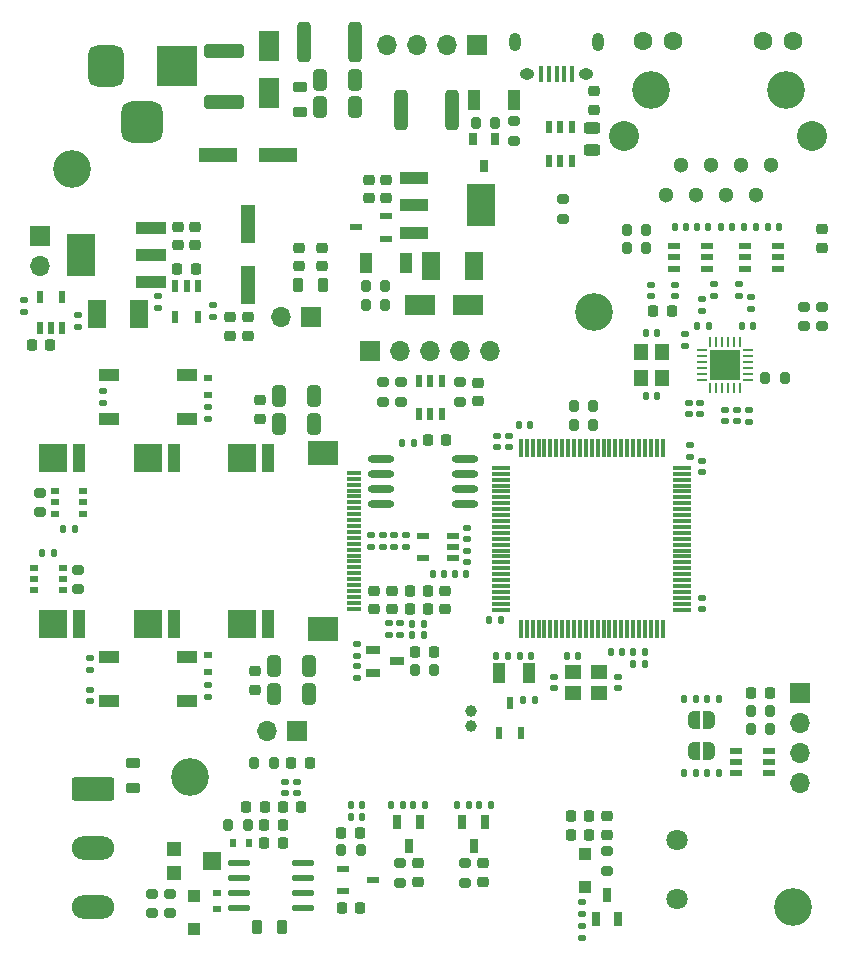
<source format=gts>
%TF.GenerationSoftware,KiCad,Pcbnew,(6.0.8-1)-1*%
%TF.CreationDate,2022-11-24T03:44:56+08:00*%
%TF.ProjectId,CCTV3_F407_REV200,43435456-335f-4463-9430-375f52455632,rev?*%
%TF.SameCoordinates,Original*%
%TF.FileFunction,Soldermask,Top*%
%TF.FilePolarity,Negative*%
%FSLAX46Y46*%
G04 Gerber Fmt 4.6, Leading zero omitted, Abs format (unit mm)*
G04 Created by KiCad (PCBNEW (6.0.8-1)-1) date 2022-11-24 03:44:56*
%MOMM*%
%LPD*%
G01*
G04 APERTURE LIST*
G04 Aperture macros list*
%AMRoundRect*
0 Rectangle with rounded corners*
0 $1 Rounding radius*
0 $2 $3 $4 $5 $6 $7 $8 $9 X,Y pos of 4 corners*
0 Add a 4 corners polygon primitive as box body*
4,1,4,$2,$3,$4,$5,$6,$7,$8,$9,$2,$3,0*
0 Add four circle primitives for the rounded corners*
1,1,$1+$1,$2,$3*
1,1,$1+$1,$4,$5*
1,1,$1+$1,$6,$7*
1,1,$1+$1,$8,$9*
0 Add four rect primitives between the rounded corners*
20,1,$1+$1,$2,$3,$4,$5,0*
20,1,$1+$1,$4,$5,$6,$7,0*
20,1,$1+$1,$6,$7,$8,$9,0*
20,1,$1+$1,$8,$9,$2,$3,0*%
%AMFreePoly0*
4,1,20,0.000000,0.744959,0.073905,0.744508,0.209726,0.703889,0.328688,0.626782,0.421226,0.519385,0.479903,0.390333,0.500000,0.250000,0.500000,-0.250000,0.499851,-0.262216,0.476331,-0.402017,0.414519,-0.529596,0.319384,-0.634700,0.198574,-0.708877,0.061801,-0.746166,0.000000,-0.745033,0.000000,-0.750000,-0.500000,-0.750000,-0.500000,0.750000,0.000000,0.750000,0.000000,0.744959,
0.000000,0.744959,$1*%
%AMFreePoly1*
4,1,22,0.500000,-0.750000,0.000000,-0.750000,0.000000,-0.745033,-0.079941,-0.743568,-0.215256,-0.701293,-0.333266,-0.622738,-0.424486,-0.514219,-0.481581,-0.384460,-0.499164,-0.250000,-0.500000,-0.250000,-0.500000,0.250000,-0.499164,0.250000,-0.499963,0.256109,-0.478152,0.396186,-0.417904,0.524511,-0.324060,0.630769,-0.204165,0.706417,-0.067858,0.745374,0.000000,0.744959,0.000000,0.750000,
0.500000,0.750000,0.500000,-0.750000,0.500000,-0.750000,$1*%
G04 Aperture macros list end*
%ADD10RoundRect,0.218750X-0.256250X0.218750X-0.256250X-0.218750X0.256250X-0.218750X0.256250X0.218750X0*%
%ADD11RoundRect,0.200000X-0.275000X0.200000X-0.275000X-0.200000X0.275000X-0.200000X0.275000X0.200000X0*%
%ADD12R,2.460000X1.050000*%
%ADD13R,2.460000X3.540000*%
%ADD14RoundRect,0.140000X-0.170000X0.140000X-0.170000X-0.140000X0.170000X-0.140000X0.170000X0.140000X0*%
%ADD15RoundRect,0.200000X0.200000X0.275000X-0.200000X0.275000X-0.200000X-0.275000X0.200000X-0.275000X0*%
%ADD16R,1.200000X1.200000*%
%ADD17R,1.500000X1.600000*%
%ADD18RoundRect,0.140000X0.140000X0.170000X-0.140000X0.170000X-0.140000X-0.170000X0.140000X-0.170000X0*%
%ADD19RoundRect,0.225000X-0.250000X0.225000X-0.250000X-0.225000X0.250000X-0.225000X0.250000X0.225000X0*%
%ADD20R,1.610000X2.380000*%
%ADD21RoundRect,0.135000X0.185000X-0.135000X0.185000X0.135000X-0.185000X0.135000X-0.185000X-0.135000X0*%
%ADD22R,1.100000X1.100000*%
%ADD23R,2.500000X1.100000*%
%ADD24R,2.340000X3.600000*%
%ADD25O,1.700000X1.700000*%
%ADD26R,1.700000X1.700000*%
%ADD27C,3.200000*%
%ADD28RoundRect,0.140000X0.170000X-0.140000X0.170000X0.140000X-0.170000X0.140000X-0.170000X-0.140000X0*%
%ADD29R,1.100000X1.700000*%
%ADD30RoundRect,0.200000X0.275000X-0.200000X0.275000X0.200000X-0.275000X0.200000X-0.275000X-0.200000X0*%
%ADD31RoundRect,0.062500X-0.350000X-0.062500X0.350000X-0.062500X0.350000X0.062500X-0.350000X0.062500X0*%
%ADD32RoundRect,0.062500X-0.062500X-0.350000X0.062500X-0.350000X0.062500X0.350000X-0.062500X0.350000X0*%
%ADD33R,2.600000X2.600000*%
%ADD34RoundRect,0.225000X0.225000X0.250000X-0.225000X0.250000X-0.225000X-0.250000X0.225000X-0.250000X0*%
%ADD35R,1.000000X0.550000*%
%ADD36R,0.550000X1.000000*%
%ADD37RoundRect,0.135000X0.135000X0.185000X-0.135000X0.185000X-0.135000X-0.185000X0.135000X-0.185000X0*%
%ADD38RoundRect,0.135000X-0.135000X-0.185000X0.135000X-0.185000X0.135000X0.185000X-0.135000X0.185000X0*%
%ADD39R,0.700000X1.250000*%
%ADD40RoundRect,0.140000X-0.140000X-0.170000X0.140000X-0.170000X0.140000X0.170000X-0.140000X0.170000X0*%
%ADD41R,0.600000X1.070000*%
%ADD42RoundRect,0.218750X0.218750X0.256250X-0.218750X0.256250X-0.218750X-0.256250X0.218750X-0.256250X0*%
%ADD43R,1.400000X1.200000*%
%ADD44RoundRect,0.218750X-0.218750X-0.256250X0.218750X-0.256250X0.218750X0.256250X-0.218750X0.256250X0*%
%ADD45RoundRect,0.200000X-0.200000X-0.275000X0.200000X-0.275000X0.200000X0.275000X-0.200000X0.275000X0*%
%ADD46RoundRect,0.135000X-0.185000X0.135000X-0.185000X-0.135000X0.185000X-0.135000X0.185000X0.135000X0*%
%ADD47R,1.070000X0.600000*%
%ADD48RoundRect,0.250000X-1.550000X0.750000X-1.550000X-0.750000X1.550000X-0.750000X1.550000X0.750000X0*%
%ADD49O,3.600000X2.000000*%
%ADD50RoundRect,0.225000X0.250000X-0.225000X0.250000X0.225000X-0.250000X0.225000X-0.250000X-0.225000X0*%
%ADD51RoundRect,0.075000X0.075000X-0.725000X0.075000X0.725000X-0.075000X0.725000X-0.075000X-0.725000X0*%
%ADD52RoundRect,0.075000X0.725000X-0.075000X0.725000X0.075000X-0.725000X0.075000X-0.725000X-0.075000X0*%
%ADD53R,1.000000X1.800000*%
%ADD54R,1.700000X1.000000*%
%ADD55R,2.330000X2.380000*%
%ADD56R,1.100000X2.380000*%
%ADD57R,3.500000X3.500000*%
%ADD58RoundRect,0.750000X-0.750000X-1.000000X0.750000X-1.000000X0.750000X1.000000X-0.750000X1.000000X0*%
%ADD59RoundRect,0.875000X-0.875000X-0.875000X0.875000X-0.875000X0.875000X0.875000X-0.875000X0.875000X0*%
%ADD60R,0.600000X0.700000*%
%ADD61FreePoly0,180.000000*%
%ADD62FreePoly1,180.000000*%
%ADD63RoundRect,0.250000X0.312500X1.450000X-0.312500X1.450000X-0.312500X-1.450000X0.312500X-1.450000X0*%
%ADD64RoundRect,0.225000X-0.225000X-0.250000X0.225000X-0.250000X0.225000X0.250000X-0.225000X0.250000X0*%
%ADD65RoundRect,0.250000X1.450000X-0.312500X1.450000X0.312500X-1.450000X0.312500X-1.450000X-0.312500X0*%
%ADD66R,3.260000X1.150000*%
%ADD67RoundRect,0.218750X0.256250X-0.218750X0.256250X0.218750X-0.256250X0.218750X-0.256250X-0.218750X0*%
%ADD68C,1.000000*%
%ADD69RoundRect,0.250000X-0.325000X-0.650000X0.325000X-0.650000X0.325000X0.650000X-0.325000X0.650000X0*%
%ADD70R,1.250000X0.700000*%
%ADD71R,0.600000X1.000000*%
%ADD72RoundRect,0.218750X0.381250X-0.218750X0.381250X0.218750X-0.381250X0.218750X-0.381250X-0.218750X0*%
%ADD73R,1.000000X0.600000*%
%ADD74O,1.950000X0.570000*%
%ADD75R,1.200000X1.400000*%
%ADD76RoundRect,0.218750X0.218750X0.381250X-0.218750X0.381250X-0.218750X-0.381250X0.218750X-0.381250X0*%
%ADD77R,0.800000X0.500000*%
%ADD78RoundRect,0.243750X0.456250X-0.243750X0.456250X0.243750X-0.456250X0.243750X-0.456250X-0.243750X0*%
%ADD79R,0.700000X0.600000*%
%ADD80R,1.150000X3.260000*%
%ADD81O,2.250000X0.630000*%
%ADD82C,1.800000*%
%ADD83O,1.000000X1.550000*%
%ADD84O,1.250000X0.950000*%
%ADD85R,0.400000X1.350000*%
%ADD86R,1.800000X2.500000*%
%ADD87C,1.300000*%
%ADD88C,1.600000*%
%ADD89C,2.540000*%
%ADD90R,1.250000X0.300000*%
%ADD91R,2.500000X2.000000*%
%ADD92R,0.800000X1.000000*%
%ADD93RoundRect,0.218750X-0.381250X0.218750X-0.381250X-0.218750X0.381250X-0.218750X0.381250X0.218750X0*%
%ADD94R,2.500000X1.800000*%
G04 APERTURE END LIST*
D10*
X69200000Y-26912500D03*
X69200000Y-28487500D03*
D11*
X87000000Y-45175000D03*
X87000000Y-46825000D03*
D12*
X53940000Y-34300000D03*
X53940000Y-36600000D03*
X53940000Y-38900000D03*
D13*
X59660000Y-36600000D03*
D14*
X26500005Y-77620000D03*
X26500005Y-78580000D03*
D15*
X39868750Y-89049995D03*
X38218750Y-89049995D03*
D16*
X33623750Y-91099995D03*
D17*
X36863750Y-92099995D03*
D16*
X33623750Y-93099995D03*
D18*
X61280000Y-71700000D03*
X60320000Y-71700000D03*
D19*
X38400000Y-46075000D03*
X38400000Y-47625000D03*
D18*
X61880000Y-74720000D03*
X60920000Y-74720000D03*
D20*
X27100000Y-45800000D03*
X30700000Y-45800000D03*
D21*
X52790000Y-72980000D03*
X52790000Y-71960000D03*
D22*
X35293750Y-95049995D03*
X35293750Y-97849995D03*
D23*
X31670000Y-43100000D03*
X31670000Y-40800000D03*
X31670000Y-38500000D03*
D24*
X25730000Y-40800000D03*
D22*
X68400000Y-91500000D03*
X68400000Y-94300000D03*
D25*
X86650000Y-85540000D03*
X86650000Y-83000000D03*
X86650000Y-80460000D03*
D26*
X86650000Y-77920000D03*
D18*
X82880000Y-38400000D03*
X81920000Y-38400000D03*
D27*
X25000000Y-33500000D03*
D14*
X50300000Y-64520000D03*
X50300000Y-65480000D03*
D28*
X44041250Y-86374995D03*
X44041250Y-85414995D03*
D29*
X62425000Y-27700000D03*
X59025000Y-27700000D03*
D30*
X66600000Y-37725000D03*
X66600000Y-36075000D03*
D31*
X78362500Y-48850000D03*
X78362500Y-49350000D03*
X78362500Y-49850000D03*
X78362500Y-50350000D03*
X78362500Y-50850000D03*
X78362500Y-51350000D03*
D32*
X79050000Y-52037500D03*
X79550000Y-52037500D03*
X80050000Y-52037500D03*
X80550000Y-52037500D03*
X81050000Y-52037500D03*
X81550000Y-52037500D03*
D31*
X82237500Y-51350000D03*
X82237500Y-50850000D03*
X82237500Y-50350000D03*
X82237500Y-49850000D03*
X82237500Y-49350000D03*
X82237500Y-48850000D03*
D32*
X81550000Y-48162500D03*
X81050000Y-48162500D03*
X80550000Y-48162500D03*
X80050000Y-48162500D03*
X79550000Y-48162500D03*
X79050000Y-48162500D03*
D33*
X80300000Y-50100000D03*
D18*
X74535000Y-52775000D03*
X73575000Y-52775000D03*
D34*
X42818750Y-89049995D03*
X41268750Y-89049995D03*
X35475000Y-41950000D03*
X33925000Y-41950000D03*
D35*
X84000000Y-82750000D03*
X84000000Y-83700000D03*
X84000000Y-84650000D03*
X81200000Y-84650000D03*
X81200000Y-83700000D03*
X81200000Y-82750000D03*
D27*
X35000000Y-85000000D03*
D21*
X78350000Y-45510000D03*
X78350000Y-44490000D03*
D36*
X65400000Y-32800000D03*
X66350000Y-32800000D03*
X67300000Y-32800000D03*
X67300000Y-30000000D03*
X66350000Y-30000000D03*
X65400000Y-30000000D03*
D28*
X78200000Y-54280000D03*
X78200000Y-53320000D03*
D37*
X53920000Y-56700000D03*
X52900000Y-56700000D03*
D26*
X50260000Y-48900000D03*
D25*
X52800000Y-48900000D03*
X55340000Y-48900000D03*
X57880000Y-48900000D03*
X60420000Y-48900000D03*
D38*
X53790000Y-72010000D03*
X54810000Y-72010000D03*
D39*
X54450000Y-88800000D03*
X52550000Y-88800000D03*
X53500000Y-90800000D03*
D40*
X55520000Y-67800000D03*
X56480000Y-67800000D03*
D41*
X61150000Y-81240000D03*
X63050000Y-81240000D03*
X62100000Y-78760000D03*
D38*
X24240000Y-64000000D03*
X25260000Y-64000000D03*
D28*
X61000000Y-57080000D03*
X61000000Y-56120000D03*
X78300000Y-59200000D03*
X78300000Y-58240000D03*
D18*
X48620000Y-88400000D03*
X49580000Y-88400000D03*
D42*
X55147500Y-69250000D03*
X53572500Y-69250000D03*
D10*
X70300000Y-88312500D03*
X70300000Y-89887500D03*
D43*
X67400000Y-77900000D03*
X69600000Y-77900000D03*
X69600000Y-76140000D03*
X67400000Y-76140000D03*
D44*
X49387500Y-89700000D03*
X47812500Y-89700000D03*
D45*
X71975000Y-38700000D03*
X73625000Y-38700000D03*
D46*
X20930000Y-44640000D03*
X20930000Y-45660000D03*
D45*
X71975000Y-40200000D03*
X73625000Y-40200000D03*
D46*
X32300000Y-44290000D03*
X32300000Y-45310000D03*
D28*
X51810000Y-72930000D03*
X51810000Y-71970000D03*
D19*
X33930000Y-38400000D03*
X33930000Y-39950000D03*
D15*
X82475000Y-80900000D03*
X84125000Y-80900000D03*
D11*
X88500000Y-45175000D03*
X88500000Y-46825000D03*
D18*
X73480000Y-74420000D03*
X72520000Y-74420000D03*
D21*
X81450000Y-44310000D03*
X81450000Y-43290000D03*
D18*
X71580000Y-74420000D03*
X70620000Y-74420000D03*
D14*
X78300000Y-69840000D03*
X78300000Y-70800000D03*
D38*
X51990000Y-87400000D03*
X53010000Y-87400000D03*
D18*
X63780000Y-55200000D03*
X62820000Y-55200000D03*
D15*
X51525000Y-43400000D03*
X49875000Y-43400000D03*
D47*
X51540000Y-39400000D03*
X51540000Y-37500000D03*
X49060000Y-38450000D03*
D48*
X26777500Y-86000000D03*
D49*
X26777500Y-91000000D03*
X26777500Y-96000000D03*
D35*
X76000000Y-40050000D03*
X76000000Y-41000000D03*
X76000000Y-41950000D03*
X78800000Y-41950000D03*
X78800000Y-41000000D03*
X78800000Y-40050000D03*
D45*
X67475000Y-53600000D03*
X69125000Y-53600000D03*
D28*
X77300000Y-57880000D03*
X77300000Y-56920000D03*
D21*
X26500005Y-75910000D03*
X26500005Y-74890000D03*
D50*
X44200000Y-41725000D03*
X44200000Y-40175000D03*
D36*
X56285000Y-51500000D03*
X55335000Y-51500000D03*
X54385000Y-51500000D03*
X54385000Y-54300000D03*
X55335000Y-54300000D03*
X56285000Y-54300000D03*
D51*
X63000000Y-72495000D03*
X63500000Y-72495000D03*
X64000000Y-72495000D03*
X64500000Y-72495000D03*
X65000000Y-72495000D03*
X65500000Y-72495000D03*
X66000000Y-72495000D03*
X66500000Y-72495000D03*
X67000000Y-72495000D03*
X67500000Y-72495000D03*
X68000000Y-72495000D03*
X68500000Y-72495000D03*
X69000000Y-72495000D03*
X69500000Y-72495000D03*
X70000000Y-72495000D03*
X70500000Y-72495000D03*
X71000000Y-72495000D03*
X71500000Y-72495000D03*
X72000000Y-72495000D03*
X72500000Y-72495000D03*
X73000000Y-72495000D03*
X73500000Y-72495000D03*
X74000000Y-72495000D03*
X74500000Y-72495000D03*
X75000000Y-72495000D03*
D52*
X76675000Y-70820000D03*
X76675000Y-70320000D03*
X76675000Y-69820000D03*
X76675000Y-69320000D03*
X76675000Y-68820000D03*
X76675000Y-68320000D03*
X76675000Y-67820000D03*
X76675000Y-67320000D03*
X76675000Y-66820000D03*
X76675000Y-66320000D03*
X76675000Y-65820000D03*
X76675000Y-65320000D03*
X76675000Y-64820000D03*
X76675000Y-64320000D03*
X76675000Y-63820000D03*
X76675000Y-63320000D03*
X76675000Y-62820000D03*
X76675000Y-62320000D03*
X76675000Y-61820000D03*
X76675000Y-61320000D03*
X76675000Y-60820000D03*
X76675000Y-60320000D03*
X76675000Y-59820000D03*
X76675000Y-59320000D03*
X76675000Y-58820000D03*
D51*
X75000000Y-57145000D03*
X74500000Y-57145000D03*
X74000000Y-57145000D03*
X73500000Y-57145000D03*
X73000000Y-57145000D03*
X72500000Y-57145000D03*
X72000000Y-57145000D03*
X71500000Y-57145000D03*
X71000000Y-57145000D03*
X70500000Y-57145000D03*
X70000000Y-57145000D03*
X69500000Y-57145000D03*
X69000000Y-57145000D03*
X68500000Y-57145000D03*
X68000000Y-57145000D03*
X67500000Y-57145000D03*
X67000000Y-57145000D03*
X66500000Y-57145000D03*
X66000000Y-57145000D03*
X65500000Y-57145000D03*
X65000000Y-57145000D03*
X64500000Y-57145000D03*
X64000000Y-57145000D03*
X63500000Y-57145000D03*
X63000000Y-57145000D03*
D52*
X61325000Y-58820000D03*
X61325000Y-59320000D03*
X61325000Y-59820000D03*
X61325000Y-60320000D03*
X61325000Y-60820000D03*
X61325000Y-61320000D03*
X61325000Y-61820000D03*
X61325000Y-62320000D03*
X61325000Y-62820000D03*
X61325000Y-63320000D03*
X61325000Y-63820000D03*
X61325000Y-64320000D03*
X61325000Y-64820000D03*
X61325000Y-65320000D03*
X61325000Y-65820000D03*
X61325000Y-66320000D03*
X61325000Y-66820000D03*
X61325000Y-67320000D03*
X61325000Y-67820000D03*
X61325000Y-68320000D03*
X61325000Y-68820000D03*
X61325000Y-69320000D03*
X61325000Y-69820000D03*
X61325000Y-70320000D03*
X61325000Y-70820000D03*
D53*
X61150000Y-76220000D03*
X63650000Y-76220000D03*
D35*
X84800000Y-41950000D03*
X84800000Y-41000000D03*
X84800000Y-40050000D03*
X82000000Y-40050000D03*
X82000000Y-41000000D03*
X82000000Y-41950000D03*
D11*
X57835000Y-51575000D03*
X57835000Y-53225000D03*
D19*
X50100000Y-34450000D03*
X50100000Y-36000000D03*
D28*
X76900000Y-48480000D03*
X76900000Y-47520000D03*
D54*
X28100005Y-74850000D03*
X34700005Y-74850000D03*
X28100005Y-78550000D03*
X34700005Y-78550000D03*
D38*
X77890000Y-46800000D03*
X78910000Y-46800000D03*
D50*
X50600000Y-69225000D03*
X50600000Y-70775000D03*
D55*
X39410000Y-72000000D03*
D56*
X41590000Y-72000000D03*
D38*
X79810000Y-78350000D03*
X78790000Y-78350000D03*
D37*
X54910000Y-87400000D03*
X53890000Y-87400000D03*
D42*
X55637500Y-74400000D03*
X54062500Y-74400000D03*
D57*
X33900000Y-24800000D03*
D58*
X27900000Y-24800000D03*
D59*
X30900000Y-29500000D03*
D47*
X50440000Y-93700000D03*
X47960000Y-94650000D03*
X47960000Y-92750000D03*
D46*
X49150000Y-73690000D03*
X49150000Y-74710000D03*
D26*
X44075000Y-81100000D03*
D25*
X41535000Y-81100000D03*
D11*
X33293750Y-94874995D03*
X33293750Y-96524995D03*
D60*
X39993750Y-90549995D03*
X38593750Y-90549995D03*
D61*
X77650000Y-82800000D03*
D62*
X78950000Y-82800000D03*
D63*
X57162500Y-28500000D03*
X52887500Y-28500000D03*
D64*
X21625000Y-48400000D03*
X23175000Y-48400000D03*
D37*
X76840000Y-78350000D03*
X77860000Y-78350000D03*
D42*
X75800000Y-45500000D03*
X74225000Y-45500000D03*
D11*
X31793750Y-94874995D03*
X31793750Y-96524995D03*
D50*
X46200000Y-41725000D03*
X46200000Y-40175000D03*
D46*
X68200000Y-95600000D03*
X68200000Y-96620000D03*
D14*
X81300000Y-53920000D03*
X81300000Y-54880000D03*
D39*
X69350000Y-97000000D03*
X71250000Y-97000000D03*
X70300000Y-95000000D03*
D55*
X23410000Y-72000000D03*
D56*
X25590000Y-72000000D03*
D21*
X36500005Y-78210000D03*
X36500005Y-77190000D03*
D65*
X37900000Y-27837500D03*
X37900000Y-23562500D03*
D37*
X23510000Y-66000000D03*
X22490000Y-66000000D03*
D66*
X42450000Y-32300000D03*
X37350000Y-32300000D03*
D55*
X31410000Y-58000000D03*
D56*
X33590000Y-58000000D03*
D19*
X51600000Y-34450000D03*
X51600000Y-36000000D03*
D28*
X58400000Y-66780000D03*
X58400000Y-65820000D03*
D67*
X40925000Y-54687500D03*
X40925000Y-53112500D03*
D68*
X58800000Y-79400000D03*
X58800000Y-80650000D03*
D69*
X42550000Y-55100000D03*
X45500000Y-55100000D03*
D21*
X53300000Y-65510000D03*
X53300000Y-64490000D03*
D40*
X77920000Y-38400000D03*
X78880000Y-38400000D03*
X81720000Y-46800000D03*
X82680000Y-46800000D03*
D21*
X49150000Y-76610000D03*
X49150000Y-75590000D03*
X25500000Y-46910000D03*
X25500000Y-45890000D03*
D34*
X56695000Y-56440000D03*
X55145000Y-56440000D03*
D69*
X42550000Y-52700000D03*
X45500000Y-52700000D03*
D70*
X50500000Y-74250000D03*
X50500000Y-76150000D03*
X52500000Y-75200000D03*
D71*
X22280000Y-46950000D03*
X23230000Y-46950000D03*
X24180000Y-46950000D03*
X24180000Y-44350000D03*
X22280000Y-44350000D03*
D18*
X67860000Y-74730000D03*
X66900000Y-74730000D03*
D26*
X22305000Y-39175000D03*
D25*
X22305000Y-41715000D03*
D42*
X55147500Y-70750000D03*
X53572500Y-70750000D03*
D18*
X63880000Y-74720000D03*
X62920000Y-74720000D03*
D10*
X54300000Y-92312500D03*
X54300000Y-93887500D03*
D72*
X30200000Y-85962500D03*
X30200000Y-83837500D03*
D73*
X57287500Y-66450000D03*
X57287500Y-65500000D03*
X57287500Y-64550000D03*
X54687500Y-64550000D03*
X54687500Y-66450000D03*
D21*
X79350000Y-44310000D03*
X79350000Y-43290000D03*
D45*
X67475000Y-55200000D03*
X69125000Y-55200000D03*
D34*
X47825000Y-96100000D03*
X49375000Y-96100000D03*
D45*
X49875000Y-45000000D03*
X51525000Y-45000000D03*
D40*
X83920000Y-38400000D03*
X84880000Y-38400000D03*
D21*
X82450000Y-45410000D03*
X82450000Y-44390000D03*
D74*
X39141250Y-92254995D03*
X39141250Y-93534995D03*
X39141250Y-94794995D03*
X39141250Y-96064995D03*
X44561250Y-96064995D03*
X44561250Y-94794995D03*
X44561250Y-93534995D03*
X44561250Y-92254995D03*
D75*
X74935000Y-51175000D03*
X74935000Y-48975000D03*
X73175000Y-48975000D03*
X73175000Y-51175000D03*
D11*
X22250000Y-60925000D03*
X22250000Y-62575000D03*
D26*
X59300000Y-23000000D03*
D25*
X56760000Y-23000000D03*
X54220000Y-23000000D03*
X51680000Y-23000000D03*
D76*
X42803750Y-97694995D03*
X40678750Y-97694995D03*
D14*
X80300000Y-53920000D03*
X80300000Y-54880000D03*
D10*
X59800000Y-92312500D03*
X59800000Y-93887500D03*
D37*
X60510000Y-87400000D03*
X59490000Y-87400000D03*
D45*
X59200000Y-29600000D03*
X60850000Y-29600000D03*
D18*
X76980000Y-38400000D03*
X76020000Y-38400000D03*
D55*
X23410000Y-58000000D03*
D56*
X25590000Y-58000000D03*
D27*
X86000000Y-96000000D03*
D77*
X25950000Y-62700000D03*
X25950000Y-61750000D03*
X25950000Y-60800000D03*
X23550000Y-60800000D03*
X23550000Y-61750000D03*
X23550000Y-62700000D03*
D34*
X41318750Y-87549995D03*
X39768750Y-87549995D03*
D69*
X46025000Y-28300000D03*
X48975000Y-28300000D03*
D21*
X36500000Y-54720000D03*
X36500000Y-53700000D03*
D28*
X43041250Y-86374995D03*
X43041250Y-85414995D03*
D15*
X42087500Y-83800000D03*
X40437500Y-83800000D03*
D30*
X58300000Y-93925000D03*
X58300000Y-92275000D03*
X25500000Y-69075000D03*
X25500000Y-67425000D03*
D40*
X73575000Y-47375000D03*
X74535000Y-47375000D03*
D78*
X69000000Y-31937500D03*
X69000000Y-30062500D03*
D79*
X36500005Y-74700000D03*
X36500005Y-76100000D03*
D55*
X39410000Y-58000000D03*
D56*
X41590000Y-58000000D03*
D11*
X51335000Y-51575000D03*
X51335000Y-53225000D03*
D69*
X42125000Y-75600000D03*
X45075000Y-75600000D03*
D40*
X64180000Y-78500000D03*
X63220000Y-78500000D03*
D30*
X52800000Y-93925000D03*
X52800000Y-92275000D03*
D34*
X68775000Y-88300000D03*
X67225000Y-88300000D03*
D45*
X49425000Y-91200000D03*
X47775000Y-91200000D03*
D28*
X74012500Y-44280000D03*
X74012500Y-43320000D03*
D44*
X43575000Y-83800000D03*
X45150000Y-83800000D03*
D46*
X82300000Y-53890000D03*
X82300000Y-54910000D03*
D19*
X52100000Y-69225000D03*
X52100000Y-70775000D03*
D15*
X82475000Y-79400000D03*
X84125000Y-79400000D03*
D42*
X44416250Y-87549995D03*
X42841250Y-87549995D03*
D21*
X68200000Y-98610000D03*
X68200000Y-97590000D03*
D79*
X37293750Y-94799995D03*
X37293750Y-96199995D03*
D28*
X77200000Y-54280000D03*
X77200000Y-53320000D03*
D10*
X40500000Y-76012500D03*
X40500000Y-77587500D03*
D18*
X80880000Y-38400000D03*
X79920000Y-38400000D03*
D28*
X62000000Y-57080000D03*
X62000000Y-56120000D03*
D80*
X39900000Y-43300000D03*
X39900000Y-38200000D03*
D69*
X42125000Y-78000000D03*
X45075000Y-78000000D03*
D81*
X51170000Y-58090000D03*
X51170000Y-59370000D03*
X51170000Y-60630000D03*
X51170000Y-61900000D03*
X58230000Y-61900000D03*
X58230000Y-60630000D03*
X58230000Y-59370000D03*
X58230000Y-58090000D03*
D82*
X76200000Y-90300000D03*
X76200000Y-95300000D03*
D77*
X21800000Y-67300000D03*
X21800000Y-68250000D03*
X21800000Y-69200000D03*
X24200000Y-69200000D03*
X24200000Y-68250000D03*
X24200000Y-67300000D03*
D61*
X77650000Y-80200000D03*
D62*
X78950000Y-80200000D03*
D18*
X58380000Y-67800000D03*
X57420000Y-67800000D03*
D83*
X69537500Y-22750000D03*
X62537500Y-22750000D03*
D84*
X68537500Y-25450000D03*
X63537500Y-25450000D03*
D85*
X64737500Y-25450000D03*
X65387500Y-25450000D03*
X66037500Y-25450000D03*
X66687500Y-25450000D03*
X67337500Y-25450000D03*
D67*
X59335000Y-53187500D03*
X59335000Y-51612500D03*
D63*
X48937500Y-22800000D03*
X44662500Y-22800000D03*
D71*
X35650000Y-43450000D03*
X34700000Y-43450000D03*
X33750000Y-43450000D03*
X33750000Y-46050000D03*
X35650000Y-46050000D03*
D39*
X59950000Y-88800000D03*
X58050000Y-88800000D03*
X59000000Y-90800000D03*
D14*
X71200000Y-76530000D03*
X71200000Y-77490000D03*
D29*
X49900000Y-41500000D03*
X53300000Y-41500000D03*
D86*
X41700000Y-27100000D03*
X41700000Y-23100000D03*
D50*
X56600000Y-70775000D03*
X56600000Y-69225000D03*
D19*
X35430000Y-38400000D03*
X35430000Y-39950000D03*
D18*
X48620000Y-87400000D03*
X49580000Y-87400000D03*
D11*
X70300000Y-91275000D03*
X70300000Y-92925000D03*
D15*
X55675000Y-75900000D03*
X54025000Y-75900000D03*
D20*
X59000000Y-41700000D03*
X55400000Y-41700000D03*
D28*
X65800000Y-77490000D03*
X65800000Y-76530000D03*
D19*
X39900000Y-46075000D03*
X39900000Y-47625000D03*
D28*
X51300000Y-65480000D03*
X51300000Y-64520000D03*
D42*
X82512500Y-77900000D03*
X84087500Y-77900000D03*
D11*
X62400000Y-29475000D03*
X62400000Y-31125000D03*
D18*
X73480000Y-75420000D03*
X72520000Y-75420000D03*
D27*
X69200000Y-45600000D03*
D69*
X48975000Y-26000000D03*
X46025000Y-26000000D03*
D26*
X45200000Y-46050000D03*
D25*
X42660000Y-46050000D03*
D27*
X73990000Y-26810000D03*
X85420000Y-26810000D03*
D87*
X84140000Y-33160000D03*
X82880000Y-35700000D03*
X81600000Y-33160000D03*
X80340000Y-35700000D03*
X79070000Y-33160000D03*
X77800000Y-35700000D03*
X76530000Y-33160000D03*
X75260000Y-35700000D03*
D88*
X86030000Y-22700000D03*
X83490000Y-22700000D03*
X75920000Y-22700000D03*
X73380000Y-22700000D03*
D89*
X87650000Y-30710000D03*
X71750000Y-30710000D03*
D28*
X76012500Y-44280000D03*
X76012500Y-43320000D03*
D90*
X48850000Y-70740000D03*
X48850000Y-70240000D03*
X48850000Y-69740000D03*
X48850000Y-69240000D03*
X48850000Y-68740000D03*
X48850000Y-68240000D03*
X48850000Y-67740000D03*
X48850000Y-67240000D03*
X48850000Y-66740000D03*
X48850000Y-66240000D03*
X48850000Y-65740000D03*
X48850000Y-65240000D03*
X48850000Y-64740000D03*
X48850000Y-64240000D03*
X48850000Y-63740000D03*
X48850000Y-63240000D03*
X48850000Y-62740000D03*
X48850000Y-62240000D03*
X48850000Y-61740000D03*
X48850000Y-61240000D03*
X48850000Y-60740000D03*
X48850000Y-60240000D03*
X48850000Y-59740000D03*
X48850000Y-59240000D03*
D91*
X46270000Y-72430000D03*
X46270000Y-57550000D03*
D28*
X27600000Y-53290000D03*
X27600000Y-52330000D03*
D64*
X41268750Y-90549995D03*
X42818750Y-90549995D03*
D38*
X57590000Y-87400000D03*
X58610000Y-87400000D03*
D10*
X88500000Y-38612500D03*
X88500000Y-40187500D03*
D37*
X78790000Y-84650000D03*
X79810000Y-84650000D03*
D92*
X60850000Y-30950000D03*
X58950000Y-30950000D03*
X59900000Y-33250000D03*
D28*
X52300000Y-65480000D03*
X52300000Y-64520000D03*
D93*
X44300000Y-26537500D03*
X44300000Y-28662500D03*
D94*
X58500000Y-45000000D03*
X54500000Y-45000000D03*
D76*
X46262500Y-43350000D03*
X44137500Y-43350000D03*
D11*
X52835000Y-51575000D03*
X52835000Y-53225000D03*
D64*
X67225000Y-89900000D03*
X68775000Y-89900000D03*
D37*
X76780000Y-84650000D03*
X77800000Y-84650000D03*
D21*
X36900000Y-46060000D03*
X36900000Y-45040000D03*
D15*
X85325000Y-51200000D03*
X83675000Y-51200000D03*
D54*
X34700000Y-54660000D03*
X28100000Y-54660000D03*
X34700000Y-50960000D03*
X28100000Y-50960000D03*
D55*
X31410000Y-72000000D03*
D56*
X33590000Y-72000000D03*
D14*
X58400000Y-63920000D03*
X58400000Y-64880000D03*
D79*
X36500000Y-52610000D03*
X36500000Y-51210000D03*
D38*
X53790000Y-73010000D03*
X54810000Y-73010000D03*
M02*

</source>
